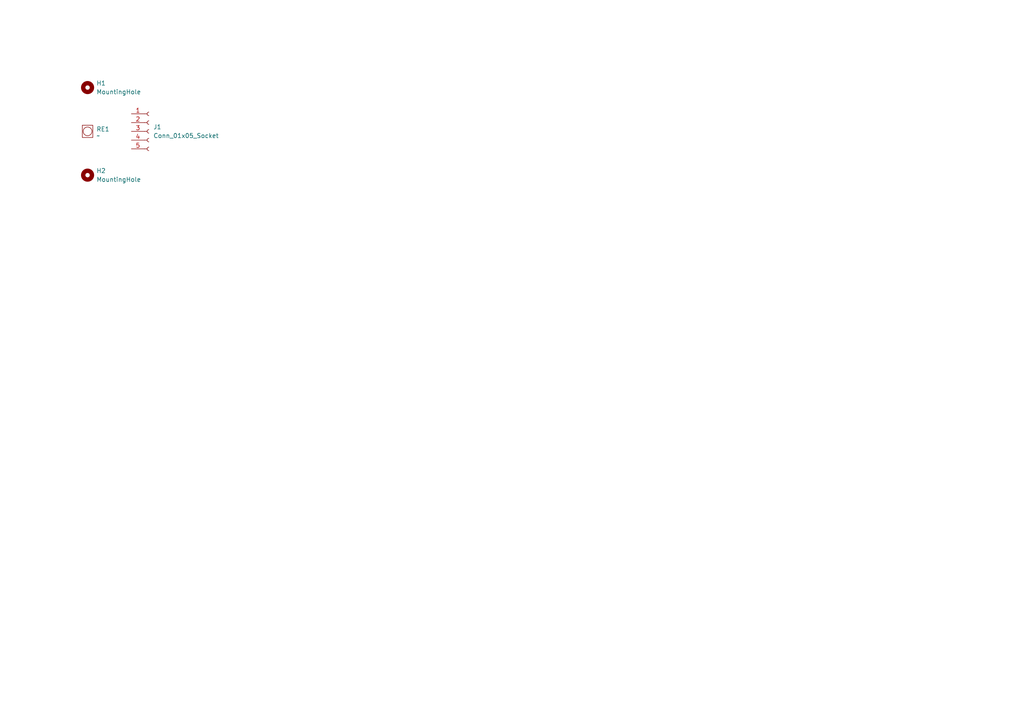
<source format=kicad_sch>
(kicad_sch (version 20231120) (generator "eeschema") (generator_version "8.0")
  (paper "A4")
  (lib_symbols
    (symbol "Connector:Conn_01x05_Socket" (pin_names (offset 1.016) hide)
      (property "Reference" "J" (at 0 7.62 0))
      (property "Value" "Conn_01x05_Socket" (at 0 -7.62 0))
      (symbol "Conn_01x05_Socket_1_1"
        (arc (start 0 -4.572) (mid -0.5058 -5.08) (end 0 -5.588) (stroke (width 0.1524)))
        (arc (start 0 -2.032) (mid -0.5058 -2.54) (end 0 -3.048) (stroke (width 0.1524)))
        (polyline (pts (xy -1.27 -5.08) (xy -0.508 -5.08)) (stroke (width 0.1524)))
        (polyline (pts (xy -1.27 -2.54) (xy -0.508 -2.54)) (stroke (width 0.1524)))
        (polyline (pts (xy -1.27 0) (xy -0.508 0)) (stroke (width 0.1524)))
        (polyline (pts (xy -1.27 2.54) (xy -0.508 2.54)) (stroke (width 0.1524)))
        (polyline (pts (xy -1.27 5.08) (xy -0.508 5.08)) (stroke (width 0.1524)))
        (arc (start 0 0.508) (mid -0.5058 0) (end 0 -0.508) (stroke (width 0.1524)))
        (arc (start 0 3.048) (mid -0.5058 2.54) (end 0 2.032) (stroke (width 0.1524)))
        (arc (start 0 5.588) (mid -0.5058 5.08) (end 0 4.572) (stroke (width 0.1524)))
        (pin passive line (at -5.08 5.08 0) (length 3.81) (name "Pin_1") (number "1"))
        (pin passive line (at -5.08 2.54 0) (length 3.81) (name "Pin_2") (number "2"))
        (pin passive line (at -5.08 0 0) (length 3.81) (name "Pin_3") (number "3"))
        (pin passive line (at -5.08 -2.54 0) (length 3.81) (name "Pin_4") (number "4"))
        (pin passive line (at -5.08 -5.08 0) (length 3.81) (name "Pin_5") (number "5"))
      )
    )
    (symbol "EXC:Rotary_Encoder_Mount_M7"
      (property "Reference" "RE" (at 0 2.794 0))
      (symbol "Rotary_Encoder_Mount_M7_0_1"
        (rectangle (start -1.524 1.778) (end 1.524 -1.778))
        (circle (center 0 0) (radius 1.27))
      )
    )
    (symbol "Mechanical:MountingHole" (pin_names (offset 1.016)) (exclude_from_sim yes) (in_bom no)
      (property "Reference" "H" (at 0 5.08 0))
      (property "Value" "MountingHole" (at 0 3.175 0))
      (symbol "MountingHole_0_1"
        (circle (center 0 0) (radius 1.27) (stroke (width 1.27)))
      )
    )
  )
  (symbol (lib_id "Connector:Conn_01x05_Socket") (at 43.18 38.1 0) (unit 1)
    (property "Reference" "J1" (at 44.45 36.8299 0) (effects (justify left)))
    (property "Value" "Conn_01x05_Socket" (at 44.45 39.3699 0) (effects (justify left)))
    (property "Footprint" "Connector_PinSocket_2.54mm:PinSocket_1x05_P2.54mm_Vertical" (effects (hide yes)))
    (property "Description" "Generic connector, single row, 01x05, script generated" (effects (hide yes)))
  )
  (symbol (lib_id "EXC:Rotary_Encoder_Mount_M7") (at 25.4 38.1 0) (unit 1)
    (property "Reference" "RE1" (at 27.94 37.4649 0) (effects (justify left)))
    (property "Value" "~" (at 27.94 39.37 0) (effects (justify left)))
    (property "Footprint" "EXC:Rotary_Encoder_Mount_M7" (effects (hide yes)))
  )
  (symbol (lib_id "Mechanical:MountingHole") (at 25.4 50.8 0) (unit 1) (exclude_from_sim yes) (in_bom no)
    (property "Reference" "H2" (at 27.94 49.5299 0) (effects (justify left)))
    (property "Value" "MountingHole" (at 27.94 52.0699 0) (effects (justify left)))
    (property "Footprint" "MountingHole:MountingHole_3.2mm_M3" (effects (hide yes)))
    (property "Description" "Mounting Hole without connection" (effects (hide yes)))
  )
  (symbol (lib_id "Mechanical:MountingHole") (at 25.4 25.4 0) (unit 1) (exclude_from_sim yes) (in_bom no)
    (property "Reference" "H1" (at 27.94 24.1299 0) (effects (justify left)))
    (property "Value" "MountingHole" (at 27.94 26.6699 0) (effects (justify left)))
    (property "Footprint" "MountingHole:MountingHole_3.2mm_M3" (effects (hide yes)))
    (property "Description" "Mounting Hole without connection" (effects (hide yes)))
  )
)
</source>
